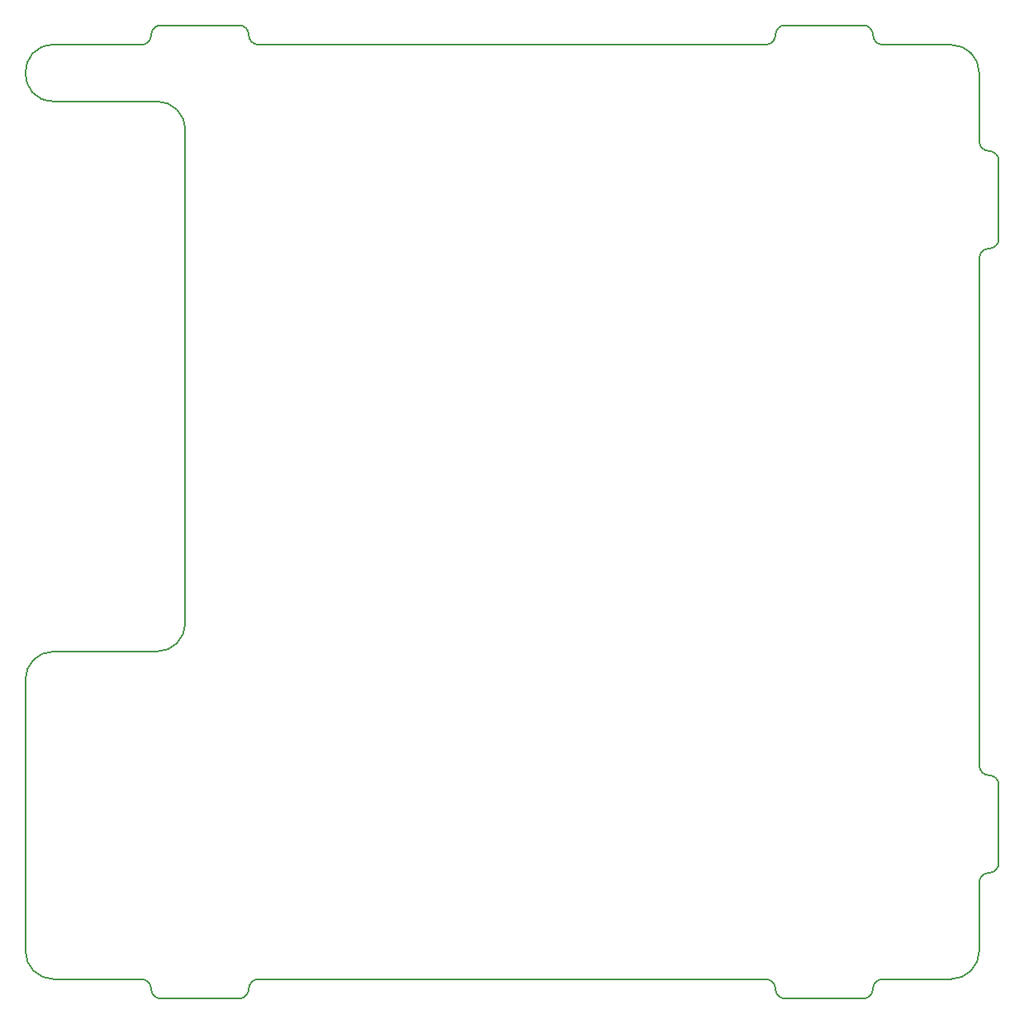
<source format=gbr>
%TF.GenerationSoftware,KiCad,Pcbnew,8.0.6-8.0.6-0~ubuntu24.04.1*%
%TF.CreationDate,2024-11-23T11:29:18+03:00*%
%TF.ProjectId,PM-CPU-RP,504d2d43-5055-42d5-9250-2e6b69636164,rev?*%
%TF.SameCoordinates,Original*%
%TF.FileFunction,Profile,NP*%
%FSLAX46Y46*%
G04 Gerber Fmt 4.6, Leading zero omitted, Abs format (unit mm)*
G04 Created by KiCad (PCBNEW 8.0.6-8.0.6-0~ubuntu24.04.1) date 2024-11-23 11:29:18*
%MOMM*%
%LPD*%
G01*
G04 APERTURE LIST*
%TA.AperFunction,Profile*%
%ADD10C,0.200000*%
%TD*%
G04 APERTURE END LIST*
D10*
X-36000000Y-49900000D02*
G75*
G02*
X-37000000Y-48900000I0J1000000D01*
G01*
X48900000Y37000000D02*
G75*
G02*
X49900000Y36000000I0J-1000000D01*
G01*
X-36400000Y42100000D02*
G75*
G02*
X-33500000Y39200000I0J-2900000D01*
G01*
X47900000Y-45000000D02*
G75*
G02*
X45000000Y-47900000I-2900000J0D01*
G01*
X-33500000Y39200000D02*
X-33500000Y-11400000D01*
X45000000Y47900000D02*
G75*
G02*
X47900000Y45000000I0J-2900000D01*
G01*
X-38000000Y-47900000D02*
X-47000000Y-47900000D01*
X38000000Y47900000D02*
G75*
G02*
X37000000Y48900000I0J1000000D01*
G01*
X48900000Y37000000D02*
G75*
G02*
X47900000Y38000000I0J1000000D01*
G01*
X47900000Y-38000000D02*
G75*
G02*
X48900000Y-37000000I1000000J0D01*
G01*
X47900000Y26000000D02*
G75*
G02*
X48900000Y27000000I1000000J0D01*
G01*
X38000000Y47900000D02*
X45000000Y47900000D01*
X-36400000Y42100000D02*
X-47000000Y42100002D01*
X-38000000Y-47900000D02*
G75*
G02*
X-37000000Y-48900000I0J-1000000D01*
G01*
X-28000000Y49900000D02*
G75*
G02*
X-27000000Y48900000I0J-1000000D01*
G01*
X28000000Y-49900000D02*
G75*
G02*
X27000000Y-48900000I0J1000000D01*
G01*
X-36000000Y49900000D02*
X-28000000Y49900000D01*
X-47000000Y47900000D02*
X-38000000Y47900000D01*
X28000000Y49900000D02*
X36000000Y49900000D01*
X37000000Y-48900000D02*
G75*
G02*
X38000000Y-47900000I1000000J0D01*
G01*
X45000000Y-47900000D02*
X38000000Y-47900000D01*
X26000000Y47900000D02*
X-26000000Y47900000D01*
X-49900000Y-17200000D02*
X-49900000Y-45000000D01*
X47900000Y45000000D02*
X47900000Y38000000D01*
X36000000Y49900000D02*
G75*
G02*
X37000000Y48900000I0J-1000000D01*
G01*
X48900000Y-27000000D02*
G75*
G02*
X49900000Y-28000000I0J-1000000D01*
G01*
X47900000Y-26000000D02*
X47900000Y26000000D01*
X-36400000Y-14300000D02*
X-47000000Y-14300000D01*
X-28000000Y-49900000D02*
X-36000000Y-49900000D01*
X-33500000Y-11400000D02*
G75*
G02*
X-36400000Y-14300000I-2900000J0D01*
G01*
X49900000Y-36000000D02*
G75*
G02*
X48900000Y-37000000I-1000000J0D01*
G01*
X-37000000Y48900000D02*
G75*
G02*
X-36000000Y49900000I1000000J0D01*
G01*
X-26000000Y47900000D02*
G75*
G02*
X-27000000Y48900000I0J1000000D01*
G01*
X-47000000Y-47900000D02*
G75*
G02*
X-49900000Y-45000000I0J2900000D01*
G01*
X27000000Y48900000D02*
G75*
G02*
X28000000Y49900000I1000000J0D01*
G01*
X27000000Y48900000D02*
G75*
G02*
X26000000Y47900000I-1000000J0D01*
G01*
X37000000Y-48900000D02*
G75*
G02*
X36000000Y-49900000I-1000000J0D01*
G01*
X49900000Y-28000000D02*
X49900000Y-36000000D01*
X-27000000Y-48900000D02*
G75*
G02*
X-28000000Y-49900000I-1000000J0D01*
G01*
X-47000000Y42100002D02*
G75*
G02*
X-47000000Y47899998I0J2899998D01*
G01*
X48900000Y-27000000D02*
G75*
G02*
X47900000Y-26000000I0J1000000D01*
G01*
X36000000Y-49900000D02*
X28000000Y-49900000D01*
X-49900000Y-17200000D02*
G75*
G02*
X-47000000Y-14300000I2900000J0D01*
G01*
X-26000000Y-47900000D02*
X26000000Y-47900000D01*
X47900000Y-38000000D02*
X47900000Y-45000000D01*
X49900000Y28000000D02*
G75*
G02*
X48900000Y27000000I-1000000J0D01*
G01*
X-27000000Y-48900000D02*
G75*
G02*
X-26000000Y-47900000I1000000J0D01*
G01*
X26000000Y-47900000D02*
G75*
G02*
X27000000Y-48900000I0J-1000000D01*
G01*
X-37000000Y48900000D02*
G75*
G02*
X-38000000Y47900000I-1000000J0D01*
G01*
X49900000Y36000000D02*
X49900000Y28000000D01*
M02*

</source>
